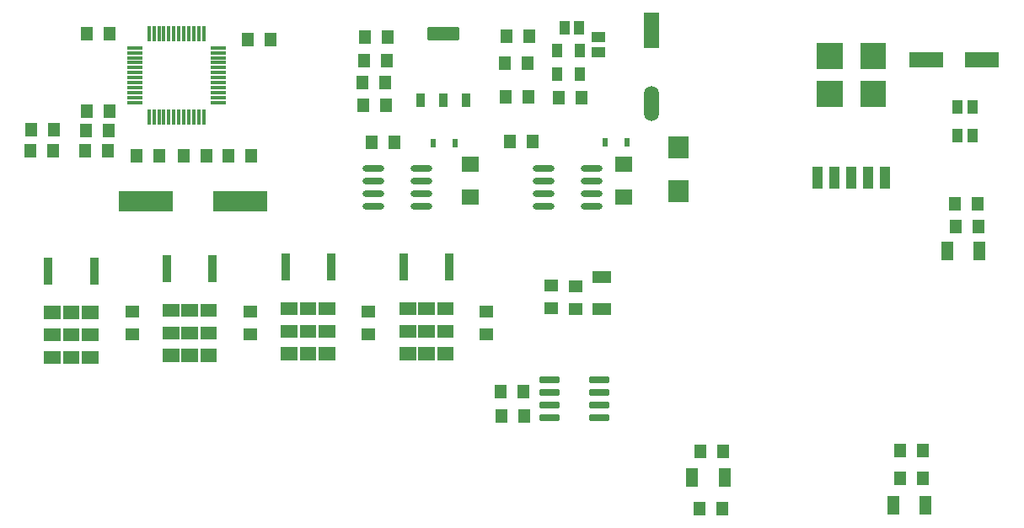
<source format=gtp>
G04*
G04 #@! TF.GenerationSoftware,Altium Limited,Altium Designer,18.1.6 (161)*
G04*
G04 Layer_Color=8421504*
%FSTAX24Y24*%
%MOIN*%
G70*
G01*
G75*
G04:AMPARAMS|DCode=22|XSize=11mil|YSize=61.4mil|CornerRadius=2.8mil|HoleSize=0mil|Usage=FLASHONLY|Rotation=90.000|XOffset=0mil|YOffset=0mil|HoleType=Round|Shape=RoundedRectangle|*
%AMROUNDEDRECTD22*
21,1,0.0110,0.0559,0,0,90.0*
21,1,0.0055,0.0614,0,0,90.0*
1,1,0.0055,0.0280,0.0028*
1,1,0.0055,0.0280,-0.0028*
1,1,0.0055,-0.0280,-0.0028*
1,1,0.0055,-0.0280,0.0028*
%
%ADD22ROUNDEDRECTD22*%
G04:AMPARAMS|DCode=23|XSize=11mil|YSize=61.4mil|CornerRadius=2.8mil|HoleSize=0mil|Usage=FLASHONLY|Rotation=180.000|XOffset=0mil|YOffset=0mil|HoleType=Round|Shape=RoundedRectangle|*
%AMROUNDEDRECTD23*
21,1,0.0110,0.0559,0,0,180.0*
21,1,0.0055,0.0614,0,0,180.0*
1,1,0.0055,-0.0028,0.0280*
1,1,0.0055,0.0028,0.0280*
1,1,0.0055,0.0028,-0.0280*
1,1,0.0055,-0.0028,-0.0280*
%
%ADD23ROUNDEDRECTD23*%
%ADD24R,0.0846X0.0866*%
%ADD25R,0.0591X0.1400*%
%ADD26O,0.0591X0.1400*%
%ADD27R,0.1378X0.0630*%
%ADD28R,0.0500X0.0550*%
%ADD29R,0.0492X0.0728*%
%ADD30R,0.0433X0.0551*%
%ADD31R,0.0650X0.0600*%
%ADD32R,0.2165X0.0787*%
%ADD33R,0.0728X0.0492*%
%ADD34R,0.0550X0.0500*%
%ADD35R,0.0246X0.0327*%
%ADD36O,0.0866X0.0236*%
%ADD37R,0.0394X0.0550*%
G04:AMPARAMS|DCode=38|XSize=77.6mil|YSize=23.6mil|CornerRadius=3mil|HoleSize=0mil|Usage=FLASHONLY|Rotation=180.000|XOffset=0mil|YOffset=0mil|HoleType=Round|Shape=RoundedRectangle|*
%AMROUNDEDRECTD38*
21,1,0.0776,0.0177,0,0,180.0*
21,1,0.0717,0.0236,0,0,180.0*
1,1,0.0059,-0.0358,0.0089*
1,1,0.0059,0.0358,0.0089*
1,1,0.0059,0.0358,-0.0089*
1,1,0.0059,-0.0358,-0.0089*
%
%ADD38ROUNDEDRECTD38*%
%ADD39R,0.0382X0.1079*%
G04:AMPARAMS|DCode=40|XSize=36.6mil|YSize=51.6mil|CornerRadius=2.7mil|HoleSize=0mil|Usage=FLASHONLY|Rotation=0.000|XOffset=0mil|YOffset=0mil|HoleType=Round|Shape=RoundedRectangle|*
%AMROUNDEDRECTD40*
21,1,0.0366,0.0461,0,0,0.0*
21,1,0.0311,0.0516,0,0,0.0*
1,1,0.0055,0.0156,-0.0230*
1,1,0.0055,-0.0156,-0.0230*
1,1,0.0055,-0.0156,0.0230*
1,1,0.0055,0.0156,0.0230*
%
%ADD40ROUNDEDRECTD40*%
G04:AMPARAMS|DCode=41|XSize=127.6mil|YSize=51.6mil|CornerRadius=3.9mil|HoleSize=0mil|Usage=FLASHONLY|Rotation=0.000|XOffset=0mil|YOffset=0mil|HoleType=Round|Shape=RoundedRectangle|*
%AMROUNDEDRECTD41*
21,1,0.1276,0.0438,0,0,0.0*
21,1,0.1198,0.0516,0,0,0.0*
1,1,0.0077,0.0599,-0.0219*
1,1,0.0077,-0.0599,-0.0219*
1,1,0.0077,-0.0599,0.0219*
1,1,0.0077,0.0599,0.0219*
%
%ADD41ROUNDEDRECTD41*%
%ADD42R,0.0421X0.0850*%
%ADD43R,0.0551X0.0433*%
G36*
X044874Y028655D02*
X04385D01*
Y029679D01*
X044874D01*
Y028655D01*
D02*
G37*
G36*
X043157D02*
X042134D01*
Y029679D01*
X043157D01*
Y028655D01*
D02*
G37*
G36*
X044874Y027159D02*
X04385D01*
Y028183D01*
X044874D01*
Y027159D01*
D02*
G37*
G36*
X043157D02*
X042134D01*
Y028183D01*
X043157D01*
Y027159D01*
D02*
G37*
G36*
X027772Y018904D02*
X027119D01*
Y019411D01*
X027772D01*
Y018904D01*
D02*
G37*
G36*
X027028D02*
X026375D01*
Y019411D01*
X027028D01*
Y018904D01*
D02*
G37*
G36*
X026284D02*
X025631D01*
Y019411D01*
X026284D01*
Y018904D01*
D02*
G37*
G36*
X023088D02*
X022435D01*
Y019411D01*
X023088D01*
Y018904D01*
D02*
G37*
G36*
X022344D02*
X021691D01*
Y019411D01*
X022344D01*
Y018904D01*
D02*
G37*
G36*
X0216D02*
X020947D01*
Y019411D01*
X0216D01*
Y018904D01*
D02*
G37*
G36*
X018404Y018838D02*
X017751D01*
Y019346D01*
X018404D01*
Y018838D01*
D02*
G37*
G36*
X01766D02*
X017007D01*
Y019346D01*
X01766D01*
Y018838D01*
D02*
G37*
G36*
X016916D02*
X016263D01*
Y019346D01*
X016916D01*
Y018838D01*
D02*
G37*
G36*
X013721Y018759D02*
X013067D01*
Y019267D01*
X013721D01*
Y018759D01*
D02*
G37*
G36*
X012976D02*
X012323D01*
Y019267D01*
X012976D01*
Y018759D01*
D02*
G37*
G36*
X012232D02*
X011579D01*
Y019267D01*
X012232D01*
Y018759D01*
D02*
G37*
G36*
X027772Y018014D02*
X027119D01*
Y018522D01*
X027772D01*
Y018014D01*
D02*
G37*
G36*
X027028D02*
X026375D01*
Y018522D01*
X027028D01*
Y018014D01*
D02*
G37*
G36*
X026284D02*
X025631D01*
Y018522D01*
X026284D01*
Y018014D01*
D02*
G37*
G36*
X023088D02*
X022435D01*
Y018522D01*
X023088D01*
Y018014D01*
D02*
G37*
G36*
X022344D02*
X021691D01*
Y018522D01*
X022344D01*
Y018014D01*
D02*
G37*
G36*
X0216D02*
X020947D01*
Y018522D01*
X0216D01*
Y018014D01*
D02*
G37*
G36*
X018404Y017948D02*
X017751D01*
Y018456D01*
X018404D01*
Y017948D01*
D02*
G37*
G36*
X01766D02*
X017007D01*
Y018456D01*
X01766D01*
Y017948D01*
D02*
G37*
G36*
X016916D02*
X016263D01*
Y018456D01*
X016916D01*
Y017948D01*
D02*
G37*
G36*
X013721Y017869D02*
X013067D01*
Y018377D01*
X013721D01*
Y017869D01*
D02*
G37*
G36*
X012976D02*
X012323D01*
Y018377D01*
X012976D01*
Y017869D01*
D02*
G37*
G36*
X012232D02*
X011579D01*
Y018377D01*
X012232D01*
Y017869D01*
D02*
G37*
G36*
X027772Y017124D02*
X027119D01*
Y017632D01*
X027772D01*
Y017124D01*
D02*
G37*
G36*
X027028D02*
X026375D01*
Y017632D01*
X027028D01*
Y017124D01*
D02*
G37*
G36*
X026284D02*
X025631D01*
Y017632D01*
X026284D01*
Y017124D01*
D02*
G37*
G36*
X023088D02*
X022435D01*
Y017632D01*
X023088D01*
Y017124D01*
D02*
G37*
G36*
X022344D02*
X021691D01*
Y017632D01*
X022344D01*
Y017124D01*
D02*
G37*
G36*
X0216D02*
X020947D01*
Y017632D01*
X0216D01*
Y017124D01*
D02*
G37*
G36*
X018404Y017058D02*
X017751D01*
Y017566D01*
X018404D01*
Y017058D01*
D02*
G37*
G36*
X01766D02*
X017007D01*
Y017566D01*
X01766D01*
Y017058D01*
D02*
G37*
G36*
X016916D02*
X016263D01*
Y017566D01*
X016916D01*
Y017058D01*
D02*
G37*
G36*
X013721Y01698D02*
X013067D01*
Y017487D01*
X013721D01*
Y01698D01*
D02*
G37*
G36*
X012976D02*
X012323D01*
Y017487D01*
X012976D01*
Y01698D01*
D02*
G37*
G36*
X012232D02*
X011579D01*
Y017487D01*
X012232D01*
Y01698D01*
D02*
G37*
D22*
X015161Y027321D02*
D03*
Y027518D02*
D03*
Y027715D02*
D03*
Y027911D02*
D03*
Y028108D02*
D03*
Y028305D02*
D03*
Y028502D02*
D03*
Y028699D02*
D03*
Y028896D02*
D03*
Y029093D02*
D03*
Y029289D02*
D03*
Y029486D02*
D03*
X018452D02*
D03*
Y029289D02*
D03*
Y029093D02*
D03*
Y028896D02*
D03*
Y028699D02*
D03*
Y028502D02*
D03*
Y028305D02*
D03*
Y028108D02*
D03*
Y027911D02*
D03*
Y027715D02*
D03*
Y027518D02*
D03*
Y027321D02*
D03*
D23*
X015724Y030049D02*
D03*
X01592D02*
D03*
X016117D02*
D03*
X016314D02*
D03*
X016511D02*
D03*
X016708D02*
D03*
X016905D02*
D03*
X017102D02*
D03*
X017298D02*
D03*
X017495D02*
D03*
X017692D02*
D03*
X017889D02*
D03*
Y026758D02*
D03*
X017692D02*
D03*
X017495D02*
D03*
X017298D02*
D03*
X017102D02*
D03*
X016905D02*
D03*
X016708D02*
D03*
X016511D02*
D03*
X016314D02*
D03*
X016117D02*
D03*
X01592D02*
D03*
X015724D02*
D03*
D24*
X036663Y023799D02*
D03*
Y025531D02*
D03*
D25*
X03561Y03018D02*
D03*
D26*
Y02728D02*
D03*
D27*
X046467Y028996D02*
D03*
X048671D02*
D03*
D28*
X038396Y01125D02*
D03*
X037496D02*
D03*
X030548Y015893D02*
D03*
X029648D02*
D03*
X019761Y025207D02*
D03*
X018861D02*
D03*
X015233D02*
D03*
X016133D02*
D03*
X046341Y012452D02*
D03*
X045441D02*
D03*
X02452Y025748D02*
D03*
X02542D02*
D03*
X011069Y02626D02*
D03*
X011968D02*
D03*
X011046Y025413D02*
D03*
X011946D02*
D03*
X0171Y025197D02*
D03*
X018D02*
D03*
X029793Y028878D02*
D03*
X030693D02*
D03*
X029851Y029957D02*
D03*
X030751D02*
D03*
X02513Y028965D02*
D03*
X02423D02*
D03*
X030741Y027543D02*
D03*
X029841D02*
D03*
X032832Y02751D02*
D03*
X031932D02*
D03*
X01328Y03003D02*
D03*
X01418D02*
D03*
X013218Y026206D02*
D03*
X014118D02*
D03*
X047601Y023318D02*
D03*
X048501D02*
D03*
X047621Y022422D02*
D03*
X048521D02*
D03*
X025174Y029908D02*
D03*
X024274D02*
D03*
X020529Y029821D02*
D03*
X019629D02*
D03*
X013251Y026988D02*
D03*
X014151D02*
D03*
X030568Y014921D02*
D03*
X029668D02*
D03*
X03843Y013516D02*
D03*
X03753D02*
D03*
X014099Y025404D02*
D03*
X013199D02*
D03*
X030003Y025768D02*
D03*
X030903D02*
D03*
X025083Y027195D02*
D03*
X024183D02*
D03*
X025066Y0281D02*
D03*
X024166D02*
D03*
X046336Y013543D02*
D03*
X045436D02*
D03*
D29*
X037205Y012461D02*
D03*
X038484D02*
D03*
X04515Y011388D02*
D03*
X04643D02*
D03*
X047291Y021457D02*
D03*
X04857D02*
D03*
D30*
X032156Y030265D02*
D03*
X032746D02*
D03*
X047697Y026024D02*
D03*
X048287D02*
D03*
Y027136D02*
D03*
X047697D02*
D03*
D31*
X028425Y023592D02*
D03*
Y024892D02*
D03*
X034488Y023573D02*
D03*
Y024873D02*
D03*
D32*
X019341Y023415D02*
D03*
X0156D02*
D03*
D33*
X033622Y019144D02*
D03*
Y020423D02*
D03*
D34*
X032608Y020049D02*
D03*
Y019149D02*
D03*
X029081Y019057D02*
D03*
Y018157D02*
D03*
X024406Y019057D02*
D03*
Y018157D02*
D03*
X019731Y019057D02*
D03*
Y018157D02*
D03*
X015056Y019057D02*
D03*
Y018157D02*
D03*
X031644Y019164D02*
D03*
Y020064D02*
D03*
D35*
X033772Y025748D02*
D03*
X034648D02*
D03*
X02784Y025727D02*
D03*
X026964D02*
D03*
D36*
X033228Y023226D02*
D03*
Y023726D02*
D03*
Y024226D02*
D03*
Y024726D02*
D03*
X031339Y023226D02*
D03*
Y023726D02*
D03*
Y024226D02*
D03*
Y024726D02*
D03*
X024606D02*
D03*
Y024226D02*
D03*
Y023726D02*
D03*
Y023226D02*
D03*
X026496Y024726D02*
D03*
Y024226D02*
D03*
Y023726D02*
D03*
Y023226D02*
D03*
D37*
X031872Y028452D02*
D03*
X032772D02*
D03*
X031872Y029374D02*
D03*
X032772D02*
D03*
D38*
X03353Y014841D02*
D03*
Y015341D02*
D03*
Y015841D02*
D03*
Y016341D02*
D03*
X031581D02*
D03*
Y015841D02*
D03*
Y015341D02*
D03*
Y014841D02*
D03*
D39*
X0258Y020799D02*
D03*
X027603D02*
D03*
X021116D02*
D03*
X022919D02*
D03*
X016432Y020733D02*
D03*
X018235D02*
D03*
X011748Y020655D02*
D03*
X013551D02*
D03*
D40*
X02647Y027394D02*
D03*
X027372D02*
D03*
X028274D02*
D03*
D41*
X027372Y030028D02*
D03*
D42*
X042165Y02435D02*
D03*
X042835D02*
D03*
X043504D02*
D03*
X044173D02*
D03*
X044843D02*
D03*
D43*
X033514Y029915D02*
D03*
Y029324D02*
D03*
M02*

</source>
